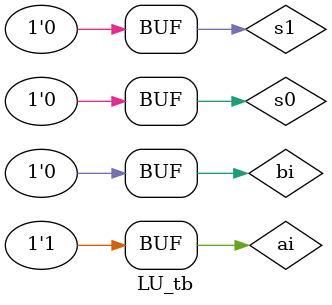
<source format=v>
`timescale 1ns/100ps
`include "LU.v"

module LU_tb;

reg ai,bi,s0,s1;
wire ei;

LU obj(ai, bi, s1, s0, ei);

initial begin
	bi = 0;
	s0 = 0;
	s1 = 0;
end

initial begin
	ai = 0;
	#80 ai = 1;
end

always begin	
	#40 bi = 1;
	#40 bi = 0;
end

always begin
	#20 s0 = 1;
	#20 s0 = 0;
end

always begin
	#10 s1 = 1;
	#10 s1 = 0;
end

endmodule

</source>
